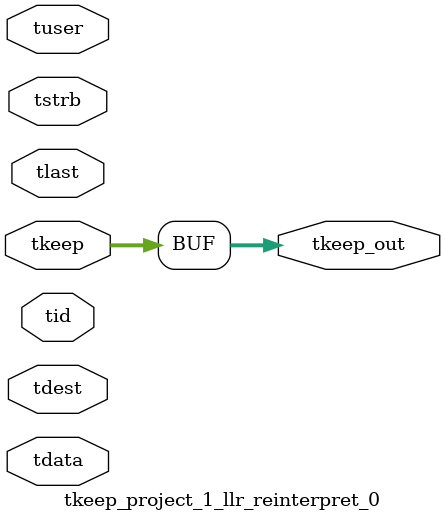
<source format=v>


`timescale 1ps/1ps

module tkeep_project_1_llr_reinterpret_0 #
(
parameter C_S_AXIS_TDATA_WIDTH = 32,
parameter C_S_AXIS_TUSER_WIDTH = 0,
parameter C_S_AXIS_TID_WIDTH   = 0,
parameter C_S_AXIS_TDEST_WIDTH = 0,
parameter C_M_AXIS_TDATA_WIDTH = 32
)
(
input  [(C_S_AXIS_TDATA_WIDTH == 0 ? 1 : C_S_AXIS_TDATA_WIDTH)-1:0     ] tdata,
input  [(C_S_AXIS_TUSER_WIDTH == 0 ? 1 : C_S_AXIS_TUSER_WIDTH)-1:0     ] tuser,
input  [(C_S_AXIS_TID_WIDTH   == 0 ? 1 : C_S_AXIS_TID_WIDTH)-1:0       ] tid,
input  [(C_S_AXIS_TDEST_WIDTH == 0 ? 1 : C_S_AXIS_TDEST_WIDTH)-1:0     ] tdest,
input  [(C_S_AXIS_TDATA_WIDTH/8)-1:0 ] tkeep,
input  [(C_S_AXIS_TDATA_WIDTH/8)-1:0 ] tstrb,
input                                                                    tlast,
output [(C_M_AXIS_TDATA_WIDTH/8)-1:0 ] tkeep_out
);

assign tkeep_out = {tkeep[31:0]};

endmodule


</source>
